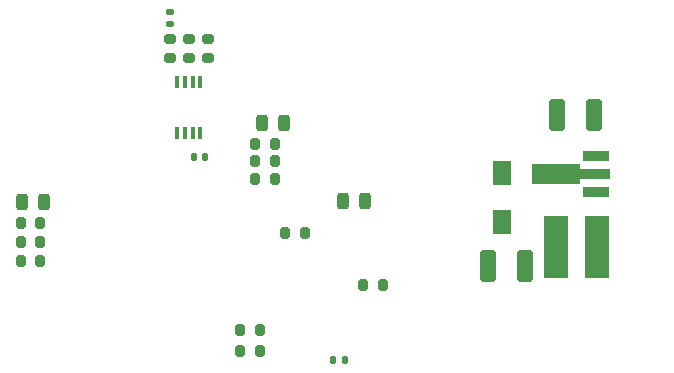
<source format=gbp>
%TF.GenerationSoftware,KiCad,Pcbnew,7.0.8*%
%TF.CreationDate,2023-10-15T14:34:45+03:00*%
%TF.ProjectId,ltp_kikad,6c74705f-6b69-46b6-9164-2e6b69636164,rev?*%
%TF.SameCoordinates,Original*%
%TF.FileFunction,Paste,Bot*%
%TF.FilePolarity,Positive*%
%FSLAX46Y46*%
G04 Gerber Fmt 4.6, Leading zero omitted, Abs format (unit mm)*
G04 Created by KiCad (PCBNEW 7.0.8) date 2023-10-15 14:34:45*
%MOMM*%
%LPD*%
G01*
G04 APERTURE LIST*
G04 Aperture macros list*
%AMRoundRect*
0 Rectangle with rounded corners*
0 $1 Rounding radius*
0 $2 $3 $4 $5 $6 $7 $8 $9 X,Y pos of 4 corners*
0 Add a 4 corners polygon primitive as box body*
4,1,4,$2,$3,$4,$5,$6,$7,$8,$9,$2,$3,0*
0 Add four circle primitives for the rounded corners*
1,1,$1+$1,$2,$3*
1,1,$1+$1,$4,$5*
1,1,$1+$1,$6,$7*
1,1,$1+$1,$8,$9*
0 Add four rect primitives between the rounded corners*
20,1,$1+$1,$2,$3,$4,$5,0*
20,1,$1+$1,$4,$5,$6,$7,0*
20,1,$1+$1,$6,$7,$8,$9,0*
20,1,$1+$1,$8,$9,$2,$3,0*%
%AMFreePoly0*
4,1,9,5.362500,-0.866500,1.237500,-0.866500,1.237500,-0.450000,-1.237500,-0.450000,-1.237500,0.450000,1.237500,0.450000,1.237500,0.866500,5.362500,0.866500,5.362500,-0.866500,5.362500,-0.866500,$1*%
G04 Aperture macros list end*
%ADD10R,2.300000X0.900000*%
%ADD11FreePoly0,180.000000*%
%ADD12RoundRect,0.243750X-0.243750X-0.456250X0.243750X-0.456250X0.243750X0.456250X-0.243750X0.456250X0*%
%ADD13RoundRect,0.200000X0.275000X-0.200000X0.275000X0.200000X-0.275000X0.200000X-0.275000X-0.200000X0*%
%ADD14RoundRect,0.250000X-0.412500X-1.100000X0.412500X-1.100000X0.412500X1.100000X-0.412500X1.100000X0*%
%ADD15RoundRect,0.250000X0.412500X1.100000X-0.412500X1.100000X-0.412500X-1.100000X0.412500X-1.100000X0*%
%ADD16RoundRect,0.200000X-0.200000X-0.275000X0.200000X-0.275000X0.200000X0.275000X-0.200000X0.275000X0*%
%ADD17R,2.000000X5.300000*%
%ADD18RoundRect,0.140000X0.170000X-0.140000X0.170000X0.140000X-0.170000X0.140000X-0.170000X-0.140000X0*%
%ADD19RoundRect,0.140000X-0.140000X-0.170000X0.140000X-0.170000X0.140000X0.170000X-0.140000X0.170000X0*%
%ADD20R,0.400000X1.100000*%
%ADD21RoundRect,0.200000X-0.275000X0.200000X-0.275000X-0.200000X0.275000X-0.200000X0.275000X0.200000X0*%
%ADD22R,1.550000X2.100000*%
%ADD23RoundRect,0.243750X0.243750X0.456250X-0.243750X0.456250X-0.243750X-0.456250X0.243750X-0.456250X0*%
G04 APERTURE END LIST*
D10*
%TO.C,IC3*%
X181237000Y-90300000D03*
D11*
X181149500Y-91800000D03*
D10*
X181237000Y-93300000D03*
%TD*%
D12*
%TO.C,D1*%
X152987000Y-87500000D03*
X154862000Y-87500000D03*
%TD*%
%TO.C,D2*%
X159849500Y-94100000D03*
X161724500Y-94100000D03*
%TD*%
D13*
%TO.C,R20*%
X145187000Y-82025000D03*
X145187000Y-80375000D03*
%TD*%
D14*
%TO.C,C14*%
X172162000Y-99600000D03*
X175287000Y-99600000D03*
%TD*%
D15*
%TO.C,C13*%
X181112000Y-86800000D03*
X177987000Y-86800000D03*
%TD*%
D16*
%TO.C,R13*%
X132562000Y-99200000D03*
X134212000Y-99200000D03*
%TD*%
D17*
%TO.C,L1*%
X177837000Y-98000000D03*
X181337000Y-98000000D03*
%TD*%
D16*
%TO.C,R12*%
X152412000Y-92250000D03*
X154062000Y-92250000D03*
%TD*%
D13*
%TO.C,R19*%
X146787000Y-82025000D03*
X146787000Y-80375000D03*
%TD*%
D16*
%TO.C,R14*%
X132562000Y-97600000D03*
X134212000Y-97600000D03*
%TD*%
D18*
%TO.C,C16*%
X145187000Y-79080000D03*
X145187000Y-78120000D03*
%TD*%
D19*
%TO.C,C15*%
X147187000Y-90400000D03*
X148147000Y-90400000D03*
%TD*%
D20*
%TO.C,U2*%
X147762000Y-88350000D03*
X147112000Y-88350000D03*
X146462000Y-88350000D03*
X145812000Y-88350000D03*
X145812000Y-84050000D03*
X146462000Y-84050000D03*
X147112000Y-84050000D03*
X147762000Y-84050000D03*
%TD*%
D16*
%TO.C,R9*%
X151155000Y-105000000D03*
X152805000Y-105000000D03*
%TD*%
D21*
%TO.C,R18*%
X148387000Y-80375000D03*
X148387000Y-82025000D03*
%TD*%
D16*
%TO.C,R15*%
X132562000Y-96000000D03*
X134212000Y-96000000D03*
%TD*%
D22*
%TO.C,D5*%
X173287000Y-91700000D03*
X173287000Y-95900000D03*
%TD*%
D16*
%TO.C,R11*%
X152412000Y-90750000D03*
X154062000Y-90750000D03*
%TD*%
%TO.C,R7*%
X151162000Y-106800000D03*
X152812000Y-106800000D03*
%TD*%
D19*
%TO.C,C12*%
X159027000Y-107600000D03*
X159987000Y-107600000D03*
%TD*%
D16*
%TO.C,R2*%
X152412000Y-89250000D03*
X154062000Y-89250000D03*
%TD*%
%TO.C,R8*%
X154962000Y-96800000D03*
X156612000Y-96800000D03*
%TD*%
D23*
%TO.C,D4*%
X134524500Y-94200000D03*
X132649500Y-94200000D03*
%TD*%
D16*
%TO.C,R6*%
X161562000Y-101200000D03*
X163212000Y-101200000D03*
%TD*%
M02*

</source>
